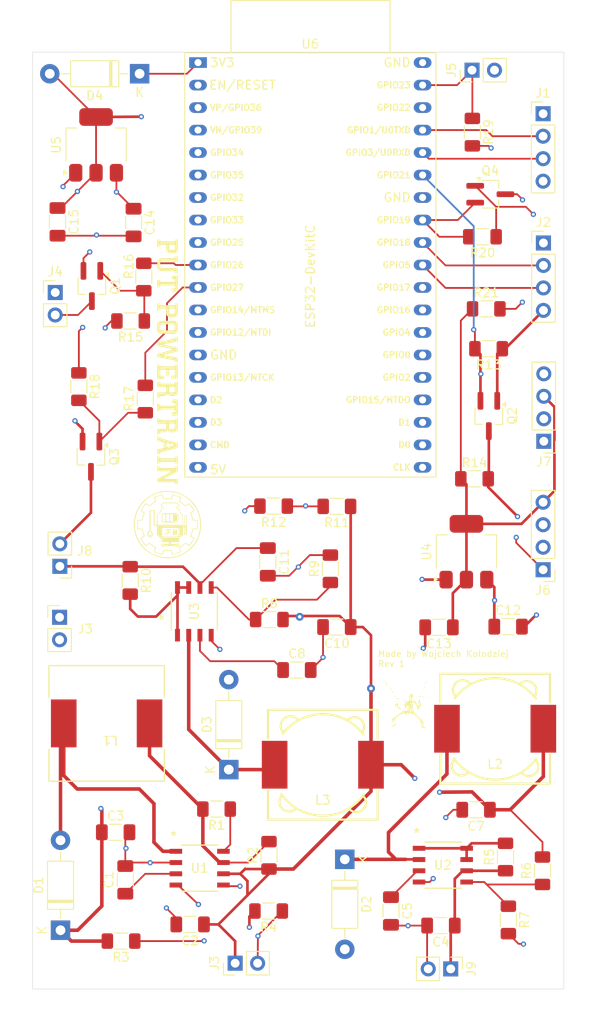
<source format=kicad_pcb>
(kicad_pcb (version 20221018) (generator pcbnew)
  (layers (0 "F.Cu" signal) (1 "In1.Cu" signal) (2 "In2.Cu" signal) (31 "B.Cu" signal) (34 "B.Paste" user) (35 "F.Paste" user) (36 "B.SilkS" user "B.Silkscreen") (37 "F.SilkS" user "F.Silkscreen") (38 "B.Mask" user) (39 "F.Mask" user) (44 "Edge.Cuts" user))
  (net 0 "")
  (net 1 "Net-(U1-TIMINGCAPACITOR)")
  (net 2 "4.2V")
  (net 3 "MOTOR+")
  (net 4 "USB_VCC")
  (net 5 "Net-(U2-TIMINGCAPACITOR)")
  (net 6 "Net-(U3-TIMINGCAPACITOR)")
  (net 7 "SOLAR_VCC")
  (net 8 "+5V")
  (net 9 "+3.3V")
  (net 10 "Net-(D1-A)")
  (net 11 "Net-(D4-K)")
  (net 12 "Net-(J1-Pin_2)")
  (net 13 "Net-(J1-Pin_3)")
  (net 14 "Net-(J2-Pin_2)")
  (net 15 "Net-(J2-Pin_3)")
  (net 16 "MOTOR-")
  (net 17 "BUTTON1")
  (net 18 "LED_3V3")
  (net 19 "LED_5V")
  (net 21 "SERVO_PWM")
  (net 22 "Net-(U1-IPKSENSE)")
  (net 23 "Net-(Q1-G)")
  (net 24 "Net-(U1-DRIVERCOLLECTOR)")
  (net 25 "Net-(U1-COMPARATORINVERTINGINPUT)")
  (net 26 "Net-(U2-DRIVERCOLLECTOR)")
  (net 27 "Net-(U2-COMPARATORINVERTINGINPUT)")
  (net 28 "Net-(U3-COMPARATORINVERTINGINPUT)")
  (net 29 "Net-(U3-DRIVERCOLLECTOR)")
  (net 30 "SENSE_BAT")
  (net 31 "MOTOR_CTRL")
  (net 53 "BAT-")
  (net 54 "Net-(D2-K)")
  (net 55 "Net-(D3-K)")
  (net 57 "SERVO_PWM_5V")
  (net 58 "SOLAR_GND")
  (net 59 "Net-(Q3-G)")
  (net 60 "SOLAR_CONTROL")
  (footprint "Resistor_SMD:R_1206_3216Metric_Pad1.30x1.75mm_HandSolder" (layer "F.Cu") (at 190.235952 78.609335 180)
    (fp_text reference "R11")
    (fp_text value "4.7k")
  )
  (footprint "Resistor_SMD:R_1206_3216Metric_Pad1.30x1.75mm_HandSolder" (layer "F.Cu") (at 182.514873 124.319774 180)
    (fp_text reference "R4")
    (fp_text value "51")
  )
  (footprint "Diode_THT:D_DO-41_SOD81_P10.16mm_Horizontal" (layer "F.Cu") (at 191.13069 118.481457 -90)
    (fp_text reference "D2")
    (fp_text value "1N5819")
  )
  (footprint "Capacitor_SMD:C_1206_3216Metric_Pad1.33x1.80mm_HandSolder" (layer "F.Cu") (at 166.307919 120.800498 90)
    (fp_text reference "C1")
    (fp_text value "470p")
  )
  (footprint "Package_TO_SOT_SMD:TSOT-23_HandSoldering" (layer "F.Cu") (at 162.422272 72.997981 -90)
    (fp_text reference "Q3")
    (fp_text value "DMG2302UK")
  )
  (footprint "easyeda2kicad:IND-SMD_L12.3-W12.3" (layer "F.Cu") (at 188.642628 107.792746 180)
    (fp_text reference "L3")
    (fp_text value "CYH127-220UH")
  )
  (footprint "Capacitor_SMD:C_1206_3216Metric_Pad1.33x1.80mm_HandSolder" (layer "F.Cu") (at 209.600145 92.195678)
    (fp_text reference "C12")
    (fp_text value "10u")
  )
  (footprint "Resistor_SMD:R_1206_3216Metric_Pad1.30x1.75mm_HandSolder" (layer "F.Cu") (at 205.555864 36.335854 -90)
    (fp_text reference "R19")
    (fp_text value "10k")
  )
  (footprint "Connector_PinHeader_2.54mm:PinHeader_1x02_P2.54mm_Vertical" (layer "F.Cu") (at 203.106461 130.853037 -90)
    (fp_text reference "J9")
    (fp_text value "Conn_01x02_Pin")
  )
  (footprint "Package_TO_SOT_SMD:TSOT-23_HandSoldering" (layer "F.Cu") (at 162.525598 53.715958 -90)
    (fp_text reference "Q1")
    (fp_text value "DMG2302UK")
  )
  (footprint "footprints:SO-8_AZ3406-M_DIO" (layer "F.Cu") (at 174.113847 90.467431 90)
    (fp_text reference "U3")
    (fp_text value "AZ34063UMTR-G1")
  )
  (footprint "Capacitor_SMD:C_1206_3216Metric_Pad1.33x1.80mm_HandSolder" (layer "F.Cu") (at 190.23245 92.241386 180)
    (fp_text reference "C10")
    (fp_text value "470u")
  )
  (footprint "Connector_PinHeader_2.54mm:PinHeader_1x02_P2.54mm_Vertical" (layer "F.Cu") (at 158.870662 91.138741)
    (fp_text reference "J3")
    (fp_text value "Conn_01x02_Pin")
  )
  (footprint "footprints:IND_BOURNS_SRR1280" (layer "F.Cu") (at 164.196375 103.125387 180)
    (fp_text reference "L1")
    (fp_text value "SRR1280-151K")
  )
  (footprint "Package_TO_SOT_SMD:TSOT-23_HandSoldering" (layer "F.Cu") (at 207.584966 43.348847)
    (fp_text reference "Q4")
    (fp_text value "DMG2302UK")
  )
  (footprint "Resistor_SMD:R_1206_3216Metric_Pad1.30x1.75mm_HandSolder" (layer "F.Cu") (at 206.697058 48.155036 180)
    (fp_text reference "R20")
    (fp_text value "10k")
  )
  (footprint "Package_TO_SOT_SMD:TSOT-23_HandSoldering" (layer "F.Cu") (at 207.419838 68.396093 -90)
    (fp_text reference "Q2")
    (fp_text value "DMG2302UK")
  )
  (footprint "Resistor_SMD:R_1206_3216Metric_Pad1.30x1.75mm_HandSolder" (layer "F.Cu") (at 161.054095 65.080092 -90)
    (fp_text reference "R18")
    (fp_text value "10k")
  )
  (footprint "Diode_THT:D_DO-41_SOD81_P10.16mm_Horizontal" (layer "F.Cu") (at 167.924591 29.74086 180)
    (fp_text reference "D4")
    (fp_text value "1N4001")
  )
  (footprint "Resistor_SMD:R_1206_3216Metric_Pad1.30x1.75mm_HandSolder" (layer "F.Cu") (at 168.568498 66.485596 -90)
    (fp_text reference "R17")
    (fp_text value "1k")
  )
  (footprint "PCM_Espressif:ESP32-DevKitC" (layer "F.Cu") (at 174.530298 28.483134)
    (fp_text reference "U6")
    (fp_text value "ESP32-DevKitC")
  )
  (footprint "footprints:SO-8_AZ3406-M_DIO" (layer "F.Cu") (at 174.713638 119.477778)
    (fp_text reference "U1")
    (fp_text value "AZ34063UMTR-G1")
  )
  (footprint "Resistor_SMD:R_1206_3216Metric_Pad1.30x1.75mm_HandSolder" (layer "F.Cu") (at 182.592621 91.392517)
    (fp_text reference "R8")
    (fp_text value "10.5k")
  )
  (footprint "Resistor_SMD:R_1206_3216Metric_Pad1.30x1.75mm_HandSolder" (layer "F.Cu") (at 189.498652 85.661563 90)
    (fp_text reference "R9")
    (fp_text value "4.42k")
  )
  (footprint "Capacitor_SMD:C_1206_3216Metric_Pad1.33x1.80mm_HandSolder" (layer "F.Cu") (at 201.784589 92.27489 180)
    (fp_text reference "C13")
    (fp_text value "22u")
  )
  (footprint "Resistor_SMD:R_1206_3216Metric_Pad1.30x1.75mm_HandSolder" (layer "F.Cu") (at 207.124293 56.298459)
    (fp_text reference "R21")
    (fp_text value "10k")
  )
  (footprint "LOGO" (layer "F.Cu") (at 198.230565 100.983289)
    (fp_text reference "G***" hide)
    (fp_text value "LOGO" hide)
  )
  (footprint "Resistor_SMD:R_1206_3216Metric_Pad1.30x1.75mm_HandSolder" (layer "F.Cu") (at 166.858393 86.973271 -90)
    (fp_text reference "R10")
    (fp_text value "0.33")
  )
  (footprint "footprints:SO-8_AZ3406-M_DIO" (layer "F.Cu") (at 202.217479 119.138029)
    (fp_text reference "U2")
    (fp_text value "AZ34063UMTR-G1")
  )
  (footprint "Resistor_SMD:R_1206_3216Metric_Pad1.30x1.75mm_HandSolder" (layer "F.Cu") (at 182.555898 118.02633 90)
    (fp_text reference "R2")
    (fp_text value "0.22")
  )
  (footprint "Resistor_SMD:R_1206_3216Metric_Pad1.30x1.75mm_HandSolder" (layer "F.Cu") (at 213.48812 119.768477 90)
    (fp_text reference "R6")
    (fp_text value "10.5k")
  )
  (footprint "Connector_PinHeader_2.54mm:PinHeader_1x02_P2.54mm_Vertical" (layer "F.Cu") (at 178.728061 130.213794 90)
    (fp_text reference "J3")
    (fp_text value "Conn_01x02_Pin")
  )
  (footprint "Connector_PinHeader_2.54mm:PinHeader_1x04_P2.54mm_Vertical" (layer "F.Cu") (at 213.558011 85.764084 180)
    (fp_text reference "J6")
    (fp_text value "Conn_01x04_Pin")
  )
  (footprint "Resistor_SMD:R_1206_3216Metric_Pad1.30x1.75mm_HandSolder" (layer "F.Cu") (at 165.826873 127.715532 180)
    (fp_text reference "R3")
    (fp_text value "430")
  )
  (footprint "Diode_THT:D_DO-41_SOD81_P10.16mm_Horizontal" (layer "F.Cu") (at 178.009065 108.341126 90)
    (fp_text reference "D3")
    (fp_text value "1N5819")
  )
  (footprint "Capacitor_SMD:C_1206_3216Metric_Pad1.33x1.80mm_HandSolder" (layer "F.Cu") (at 165.214521 115.422819)
    (fp_text reference "C3")
    (fp_text value "330u")
  )
  (footprint "Capacitor_SMD:C_1206_3216Metric_Pad1.33x1.80mm_HandSolder" (layer "F.Cu") (at 205.974427 112.879345 180)
    (fp_text reference "C7")
    (fp_text value "470u")
  )
  (footprint "Diode_THT:D_DO-41_SOD81_P10.16mm_Horizontal" (layer "F.Cu") (at 158.979654 126.48952 90)
    (fp_text reference "D1")
    (fp_text value "1N5819")
  )
  (footprint "Capacitor_SMD:C_1206_3216Metric_Pad1.33x1.80mm_HandSolder" (layer "F.Cu") (at 185.712271 97.096235)
    (fp_text reference "C8")
    (fp_text value "470p")
  )
  (footprint "Connector_PinHeader_2.54mm:PinHeader_1x04_P2.54mm_Vertical" (layer "F.Cu") (at 213.556671 34.256156)
    (fp_text reference "J1")
    (fp_text value "Conn_01x04_Pin")
  )
  (footprint "Resistor_SMD:R_1206_3216Metric_Pad1.30x1.75mm_HandSolder" (layer "F.Cu") (at 205.800481 75.496348)
    (fp_text reference "R14")
    (fp_text value "10k")
  )
  (footprint "Package_TO_SOT_SMD:SOT-223-3_TabPin2" (layer "F.Cu") (at 162.999374 37.776606 90)
    (fp_text reference "U5")
    (fp_text value "AMS1117-3.3")
  )
  (footprint "Resistor_SMD:R_1206_3216Metric_Pad1.30x1.75mm_HandSolder" (layer "F.Cu") (at 209.627727 125.324556 -90)
    (fp_text reference "R7")
    (fp_text value "4.42k")
  )
  (footprint "Capacitor_SMD:C_1206_3216Metric_Pad1.33x1.80mm_HandSolder" (layer "F.Cu") (at 173.636062 125.831061 180)
    (fp_text reference "C2")
    (fp_text value "100u")
  )
  (footprint "Resistor_SMD:R_1206_3216Metric_Pad1.30x1.75mm_HandSolder" (layer "F.Cu") (at 207.39462 60.803 180)
    (fp_text reference "R13")
    (fp_text value "10k")
  )
  (footprint "Resistor_SMD:R_1206_3216Metric_Pad1.30x1.75mm_HandSolder" (layer "F.Cu") (at 166.905892 57.669423 180)
    (fp_text reference "R15")
    (fp_text value "10k")
  )
  (footprint "Capacitor_SMD:C_1206_3216Metric_Pad1.33x1.80mm_HandSolder" (layer "F.Cu") (at 196.350862 124.31436 -90)
    (fp_text reference "C5")
    (fp_text value "470p")
  )
  (footprint "Capacitor_SMD:C_1206_3216Metric_Pad1.33x1.80mm_HandSolder" (layer "F.Cu") (at 167.241164 46.551248 -90)
    (fp_text reference "C14")
    (fp_text value "10u")
  )
  (footprint "Connector_PinHeader_2.54mm:PinHeader_1x02_P2.54mm_Vertical" (layer "F.Cu") (at 158.902271 85.382047 180)
    (fp_text reference "J8")
    (fp_text value "Conn_01x02_Pin")
  )
  (footprint "Resistor_SMD:R_1206_3216Metric_Pad1.30x1.75mm_HandSolder" (layer "F.Cu") (at 183.082789 78.582166 180)
    (fp_text reference "R12")
    (fp_text value "7.1k")
  )
  (footprint "Connector_PinHeader_2.54mm:PinHeader_1x04_P2.54mm_Vertical" (layer "F.Cu") (at 213.637214 71.256513 180)
    (fp_text reference "J7")
    (fp_text value "Conn_01x04_Pin")
  )
  (footprint "Capacitor_SMD:C_1206_3216Metric_Pad1.33x1.80mm_HandSolder" (layer "F.Cu") (at 182.422847 84.884515 -90)
    (fp_text reference "C11")
    (fp_text value "100u")
  )
  (footprint "Package_TO_SOT_SMD:SOT-223-3_TabPin2" (layer "F.Cu") (at 204.886181 83.733943 90)
    (fp_text reference "U4")
    (fp_text value "AMS1117-5.0")
  )
  (footprint "Connector_PinHeader_2.54mm:PinHeader_1x02_P2.54mm_Vertical" (layer "F.Cu") (at 158.379638 54.449415)
    (fp_text reference "J4")
    (fp_text value "Conn_01x02_Pin")
  )
  (footprint "Resistor_SMD:R_1206_3216Metric_Pad1.30x1.75mm_HandSolder" (layer "F.Cu") (at 168.396679 52.700133 -90)
    (fp_text reference "R16")
    (fp_text value "1k")
  )
  (footprint "Resistor_SMD:R_1206_3216Metric_Pad1.30x1.75mm_HandSolder" (layer "F.Cu") (at 176.627222 112.804857 180)
    (fp_text reference "R1")
    (fp_text value "180")
  )
  (footprint "Connector_PinHeader_2.54mm:PinHeader_1x04_P2.54mm_Vertical" (layer "F.Cu") (at 213.593284 48.854405)
    (fp_text reference "J2")
    (fp_text value "Conn_01x04_Pin")
  )
  (footprint "easyeda2kicad:IND-SMD_L12.3-W12.3" (layer "F.Cu") (at 208.132281 103.724517 180)
    (fp_text reference "L2")
    (fp_text value "CYH127-220UH")
  )
  (footprint "Resistor_SMD:R_1206_3216Metric_Pad1.30x1.75mm_HandSolder" (layer "F.Cu") (at 209.303021 118.217104 90)
    (fp_text reference "R5")
    (fp_text value "0.33")
  )
  (footprint "LOGO" (layer "F.Cu") (at 171.085987 66.460461 -90)
    (fp_text reference "G***" hide)
    (fp_text value "LOGO" hide)
  )
  (footprint "Capacitor_SMD:C_1206_3216Metric_Pad1.33x1.80mm_HandSolder" (layer "F.Cu") (at 202.003088 125.962786 180)
    (fp_text reference "C4")
    (fp_text value "100u")
  )
  (footprint "Capacitor_SMD:C_1206_3216Metric_Pad1.33x1.80mm_HandSolder" (layer "F.Cu") (at 158.640125 46.470487 -90)
    (fp_text reference "C15")
    (fp_text value "22u")
  )
  (footprint "Connector_PinHeader_2.54mm:PinHeader_1x02_P2.54mm_Vertical" (layer "F.Cu") (at 205.516116 29.335148 90)
    (fp_text reference "J5")
    (fp_text value "Conn_01x02_Pin")
  )
  (gr_rect (start 155.818137 27.302282) (end 215.899531 133.127994) (stroke (width 0.05)) (fill none) (layer "Edge.Cuts"))
  (gr_text "Made by Wojciech Kołodziej\nRev 1" (at 194.817227 96.800649) (layer "F.SilkS") (effects (font (size 0.7 0.7) (thickness 0.1)) (justify left bottom)))
  (segment (start 171.971791 120.162225) (end 172.021238 120.112778) (width 0.2) (layer "F.Cu") (net 1))
  (segment (start 166.307919 122.362998) (end 168.558139 120.112778) (width 0.2) (layer "F.Cu") (net 1))
  (segment (start 168.558139 120.112778) (end 172.021238 120.112778) (width 0.2) (layer "F.Cu") (net 1))
  (segment (start 171.989108 120.080648) (end 172.021238 120.112778) (width 0.2) (layer "F.Cu") (net 1))
  (segment (start 179.301646 120.112778) (end 179.869589 119.544835) (width 0.3) (layer "F.Cu") (net 2))
  (segment (start 213.582281 103.724517) (end 213.582281 109.131503) (width 0.4) (layer "F.Cu") (net 2))
  (segment (start 191.79495 78.618333) (end 191.785952 78.609335) (width 0.3) (layer "F.Cu") (net 2))
  (segment (start 209.834439 112.879345) (end 213.48812 116.533026) (width 0.2) (layer "F.Cu") (net 2))
  (segment (start 176.830636 125.831061) (end 180.117982 122.543714) (width 0.3) (layer "F.Cu") (net 2))
  (segment (start 205.518223 110.860641) (end 201.849931 110.897671) (width 0.4) (layer "F.Cu") (net 2))
  (segment (start 213.48812 116.533026) (end 213.48812 118.218477) (width 0.2) (layer "F.Cu") (net 2))
  (segment (start 194.092628 99.181838) (end 194.092628 107.792746) (width 0.4) (layer "F.Cu") (net 2))
  (segment (start 191.79495 92.241386) (end 191.79495 78.618333) (width 0.3) (layer "F.Cu") (net 2))
  (segment (start 179.901084 119.57633) (end 182.555898 119.57633) (width 0.3) (layer "F.Cu") (net 2))
  (segment (start 194.092628 107.792746) (end 197.509452 107.792746) (width 0.4) (layer "F.Cu") (net 2))
  (segment (start 209.834439 112.879345) (end 207.536927 112.879345) (width 0.4) (layer "F.Cu") (net 2))
  (segment (start 178.728061 130.213794) (end 178.728061 127.72467) (width 0.3) (layer "F.Cu") (net 2))
  (segment (start 201.849931 110.897671) (end 201.831416 110.860641) (width 0.3) (layer "F.Cu") (net 2))
  (segment (start 194.093938 99.180528) (end 194.092628 99.181838) (width 0.3) (layer "F.Cu") (net 2))
  (segment (start 194.092628 99.179218) (end 194.093938 99.180528) (width 0.3) (layer "F.Cu") (net 2))
  (segment (start 184.543752 90.991386) (end 184.142621 91.392517) (width 0.3) (layer "F.Cu") (net 2))
  (segment (start 194.092628 107.792746) (end 194.092628 110.792746) (width 0.4) (layer "F.Cu") (net 2))
  (segment (start 180.117982 120.929114) (end 179.301646 120.112778) (width 0.3) (layer "F.Cu") (net 2))
  (segment (start 194.092628 110.792746) (end 185.309044 119.57633) (width 0.4) (layer "F.Cu") (net 2))
  (segment (start 180.117982 122.543714) (end 180.117982 120.929114) (width 0.3) (layer "F.Cu") (net 2))
  (segment (start 177.406038 120.112778) (end 179.301646 120.112778) (width 0.3) (layer "F.Cu") (net 2))
  (segment (start 210.78103 111.932754) (end 209.834439 112.879345) (width 0.4) (layer "F.Cu") (net 2))
  (segment (start 176.832544 125.829153) (end 176.830636 125.831061) (width 0.3) (layer "F.Cu") (net 2))
  (segment (start 191.79495 92.241386) (end 190.54495 90.991386) (width 0.3) (layer "F.Cu") (net 2))
  (segment (start 178.728061 127.72467) (end 176.832544 125.829153) (width 0.3) (layer "F.Cu") (net 2))
  (segment (start 193.163467 92.241386) (end 194.092628 93.170547) (width 0.3) (layer "F.Cu") (net 2))
  (segment (start 191.79495 92.241386) (end 193.163467 92.241386) (width 0.3) (layer "F.Cu") (net 2))
  (segment (start 194.092628 93.170547) (end 194.092628 99.179218) (width 0.3) (layer "F.Cu") (net 2))
  (segment (start 176.830636 125.831061) (end 175.198562 125.831061) (width 0.3) (layer "F.Cu") (net 2))
  (segment (start 213.582281 109.131503) (end 210.78103 111.932754) (width 0.4) (layer "F.Cu") (net 2))
  (segment (start 182.555898 120.105799) (end 182.555898 119.57633) (width 0.3) (layer "F.Cu") (net 2))
  (segment (start 190.54495 90.991386) (end 184.543752 90.991386) (width 0.3) (layer "F.Cu") (net 2))
  (segment (start 179.869589 119.544835) (end 179.901084 119.57633) (width 0.3) (layer "F.Cu") (net 2))
  (segment (start 180.117982 122.543714) (end 182.555898 120.105799) (width 0.3) (layer "F.Cu") (net 2))
  (segment (start 207.536927 112.879345) (end 205.518223 110.860641) (width 0.4) (layer "F.Cu") (net 2))
  (segment (start 185.309044 119.57633) (end 182.555898 119.57633) (width 0.4) (layer "F.Cu") (net 2))
  (segment (start 197.509452 107.792746) (end 199.047272 109.330566) (width 0.4) (layer "F.Cu") (net 2))
  (via (at 199.047272 109.330566) (size 0.6) (drill 0.3) (layers "F.Cu" "B.Cu") (net 2))
  (via (at 201.849931 110.897671) (size 0.6) (drill 0.3) (layers "F.Cu" "B.Cu") (net 2))
  (via (at 186.026713 91.083032) (size 0.9) (drill 0.4) (layers "F.Cu" "B.Cu") (net 2))
  (via (at 194.093938 99.180528) (size 0.9) (drill 0.4) (layers "F.Cu" "B.Cu") (net 2))
  (segment (start 208.037645 89.257516) (end 208.069587 89.225574) (width 0.3) (layer "F.Cu") (net 3))
  (segment (start 165.299374 43.046958) (end 167.241164 44.988748) (width 0.2) (layer "F.Cu") (net 3))
  (segment (start 160.205666 127.715532) (end 158.979654 126.48952) (width 0.4) (layer "F.Cu") (net 3))
  (segment (start 208.037645 87.735407) (end 207.186181 86.883943) (width 0.3) (layer "F.Cu") (net 3))
  (segment (start 160.921921 126.48952) (end 163.652021 123.75942) (width 0.4) (layer "F.Cu") (net 3))
  (segment (start 208.037645 92.195678) (end 208.037645 89.257516) (width 0.3) (layer "F.Cu") (net 3))
  (segment (start 208.037645 89.193632) (end 208.037645 87.735407) (width 0.3) (layer "F.Cu") (net 3))
  (segment (start 164.276873 127.715532) (end 160.205666 127.715532) (width 0.4) (layer "F.Cu") (net 3))
  (segment (start 165.299374 40.926606) (end 165.299374 43.046958) (width 0.2) (layer "F.Cu") (net 3))
  (segment (start 158.979654 126.48952) (end 160.921921 126.48952) (width 0.4) (layer "F.Cu") (net 3))
  (segment (start 163.652021 115.422819) (end 163.652021 112.851106) (width 0.4) (layer "F.Cu") (net 3))
  (segment (start 163.652021 112.851106) (end 163.564048 112.763133) (width 0.2) (layer "F.Cu") (net 3))
  (segment (start 163.652021 123.75942) (end 163.652021 115.422819) (width 0.4) (layer "F.Cu") (net 3))
  (segment (start 208.069587 89.225574) (end 208.037645 89.193632) (width 0.3) (layer "F.Cu") (net 3))
  (via (at 208.069587 89.225574) (size 0.6) (drill 0.3) (layers "F.Cu" "B.Cu") (net 3))
  (via (at 163.54183 112.740915) (size 0.6) (drill 0.3) (layers "F.Cu" "B.Cu") (net 3))
  (via (at 165.305824 43.10026) (size 0.6) (drill 0.3) (layers "F.Cu" "B.Cu") (net 3))
  (segment (start 203.106461 130.853037) (end 203.106461 126.421913) (width 0.3) (layer "F.Cu") (net 4))
  (segment (start 204.478079 119.773029) (end 204.909879 119.773029) (width 0.3) (layer "F.Cu") (net 4))
  (segment (start 203.106461 126.421913) (end 203.565588 125.962786) (width 0.3) (layer "F.Cu") (net 4))
  (segment (start 204.909879 119.773029) (end 209.297096 119.773029) (width 0.3) (layer "F.Cu") (net 4))
  (segment (start 203.565588 120.68552) (end 204.478079 119.773029) (width 0.3) (layer "F.Cu") (net 4))
  (segment (start 203.565588 125.962786) (end 203.565588 120.68552) (width 0.3) (layer "F.Cu") (net 4))
  (segment (start 209.297096 119.773029) (end 209.303021 119.767104) (width 0.3) (layer "F.Cu") (net 4))
  (segment (start 196.350862 122.75186) (end 199.329693 119.773029) (width 0.2) (layer "F.Cu") (net 5))
  (segment (start 199.329693 119.773029) (end 199.525079 119.773029) (width 0.2) (layer "F.Cu") (net 5))
  (segment (start 174.748847 92.839231) (end 174.748847 93.159831) (width 0.2) (layer "F.Cu") (net 6))
  (segment (start 184.149771 97.096235) (end 183.154295 96.100759) (width 0.2) (layer "F.Cu") (net 6))
  (segment (start 174.748847 94.940276) (end 174.748847 93.159831) (width 0.2) (layer "F.Cu") (net 6))
  (segment (start 183.154295 96.100759) (end 175.90933 96.100759) (width 0.2) (layer "F.Cu") (net 6))
  (segment (start 175.90933 96.100759) (end 174.748847 94.940276) (width 0.2) (layer "F.Cu") (net 6))
  (segment (start 178.881263 83.322015) (end 182.422847 83.322015) (width 0.2) (layer "F.Cu") (net 7))
  (segment (start 166.817169 85.382047) (end 166.858393 85.423271) (width 0.3) (layer "F.Cu") (net 7))
  (segment (start 158.902271 85.382047) (end 166.817169 85.382047) (width 0.3) (layer "F.Cu") (net 7))
  (segment (start 172.828887 85.423271) (end 174.748847 87.343231) (width 0.3) (layer "F.Cu") (net 7))
  (segment (start 174.748847 87.454431) (end 178.881263 83.322015) (width 0.2) (layer "F.Cu") (net 7))
  (segment (start 166.858393 85.423271) (end 172.828887 85.423271) (width 0.3) (layer "F.Cu") (net 7))
  (segment (start 174.748847 87.343231) (end 174.748847 87.775031) (width 0.3) (layer "F.Cu") (net 7))
  (segment (start 174.748847 87.775031) (end 174.748847 87.454431) (width 0.2) (layer "F.Cu") (net 7))
  (segment (start 204.886181 80.583943) (end 204.886181 86.883943) (width 0.3) (layer "F.Cu") (net 8))
  (segment (start 204.250481 57.622271) (end 204.250481 75.496348) (width 0.2) (layer "F.Cu") (net 8))
  (segment (start 203.347089 92.27489) (end 203.347089 88.423035) (width 0.3) (layer "F.Cu") (net 8))
  (segment (start 214.837214 76.864881) (end 213.558011 78.144084) (width 0.3) (layer "F.Cu") (net 8))
  (segment (start 214.837214 67.376513) (end 214.837214 76.864881) (width 0.3) (layer "F.Cu") (net 8))
  (segment (start 205.574293 56.298459) (end 204.250481 57.622271) (width 0.2) (layer "F.Cu") (net 8))
  (segment (start 211.118152 80.583943) (end 213.558011 78.144084) (width 0.3) (layer "F.Cu") (net 8))
  (segment (start 204.886181 80.583943) (end 204.886181 76.132048) (width 0.3) (layer "F.Cu") (net 8))
  (segment (start 213.637214 66.176513) (end 214.837214 67.376513) (width 0.3) (layer "F.Cu") (net 8))
  (segment (start 204.886181 76.132048) (end 204.250481 75.496348) (width 0.3) (layer "F.Cu") (net 8))
  (segment (start 204.886181 80.583943) (end 211.118152 80.583943) (width 0.3) (layer "F.Cu") (net 8))
  (segment (start 203.347089 88.423035) (end 204.886181 86.883943) (width 0.3) (layer "F.Cu") (net 8))
  (segment (start 162.999374 34.626606) (end 158.113628 29.74086) (width 0.2) (layer "F.Cu") (net 9))
  (segment (start 212.452229 45.622979) (end 212.457937 45.622979) (width 0.2) (layer "F.Cu") (net 9))
  (segment (start 208.369838 66.686093) (end 208.369838 61.377782) (width 0.3) (layer "F.Cu") (net 9))
  (segment (start 161.471288 58.396884) (end 161.483193 58.396884) (width 0.2) (layer "F.Cu") (net 9))
  (segment (start 161.054095 63.530092) (end 161.054095 58.814077) (width 0.2) (layer "F.Cu") (net 9))
  (segment (start 160.891635 43.034345) (end 160.890386 43.034345) (width 0.2) (layer "F.Cu") (net 9))
  (segment (start 162.999374 40.926606) (end 160.891635 43.034345) (width 0.2) (layer "F.Cu") (net 9))
  (segment (start 161.483193 58.384979) (end 161.433626 58.434546) (width 0.2) (layer "F.Cu") (net 9))
  (segment (start 160.890386 43.035594) (end 159.017993 44.907987) (width 0.2) (layer "F.Cu") (net 9))
  (segment (start 212.452229 45.617271) (end 212.452229 45.622979) (width 0.2) (layer "F.Cu") (net 9))
  (segment (start 208.247058 44.770939) (end 211.605897 44.770939) (width 0.2) (layer "F.Cu") (net 9))
  (segment (start 168.114046 34.590595) (end 168.127839 34.626606) (width 0.2) (layer "F.Cu") (net 9))
  (segment (start 208.247058 48.155036) (end 208.247058 44.770939) (width 0.2) (layer "F.Cu") (net 9))
  (segment (start 158.113628 29.74086) (end 157.764591 29.74086) (width 0.2) (layer "F.Cu") (net 9))
  (segment (start 208.369838 61.377782) (end 208.94462 60.803) (width 0.3) (layer "F.Cu") (net 9))
  (segment (start 211.605897 44.770939) (end 212.452229 45.617271) (width 0.2) (layer "F.Cu") (net 9))
  (segment (start 159.017993 44.907987) (end 158.640125 44.907987) (width 0.2) (layer "F.Cu") (net 9))
  (segment (start 208.247058 44.770939) (end 205.874966 42.398847) (width 0.2) (layer "F.Cu") (net 9))
  (segment (start 208.94462 60.803) (end 209.264689 60.803) (width 0.3) (layer "F.Cu") (net 9))
  (segment (start 160.890386 43.034345) (end 160.890386 43.035594) (width 0.2) (layer "F.Cu") (net 9))
  (segment (start 162.999374 34.626606) (end 162.999374 40.926606) (width 0.2) (layer "F.Cu") (net 9))
  (segment (start 162.999374 34.626606) (end 168.114046 34.590595) (width 0.3) (layer "F.Cu") (net 9))
  (segment (start 161.054095 58.814077) (end 161.471288 58.396884) (width 0.2) (layer "F.Cu") (net 9))
  (segment (start 161.483193 58.396884) (end 161.483193 58.384979) (width 0.2) (layer "F.Cu") (net 9))
  (segment (start 212.457937 45.622979) (end 212.488208 45.65325) (width 0.2) (layer "F.Cu") (net 9))
  (segment (start 209.264689 60.803) (end 213.593284 56.474405) (width 0.3) (layer "F.Cu") (net 9))
  (via (at 160.890386 43.034345) (size 0.6) (drill 0.3) (layers "F.Cu" "B.Cu") (net 9))
  (via (at 161.483193 58.396884) (size 0.6) (drill 0.3) (layers "F.Cu" "B.Cu") (net 9))
  (via (at 168.114046 34.590595) (size 0.6) (drill 0.3) (layers "F.Cu" "B.Cu") (net 9))
  (via (at 212.452229 45.622979) (size 0.6) (drill 0.3) (layers "F.Cu" "B.Cu") (net 9))
  (segment (start 158.979654 116.32952) (end 158.979654 103.490708) (width 0.4) (layer "F.Cu") (net 10))
  (segment (start 159.344975 109.016069) (end 160.863612 110.534706) (width 0.4) (layer "F.Cu") (net 10))
  (segment (start 158.979654 103.490708) (end 159.344975 103.125387) (width 0.3) (layer "F.Cu") (net 10))
  (segment (start 160.863612 110.534706) (end 167.885755 110.534706) (width 0.4) (layer "F.Cu") (net 10))
  (segment (start 169.546162 116.553685) (end 170.565255 117.572778) (width 0.4) (layer "F.Cu") (net 10))
  (segment (start 169.546162 112.195113) (end 169.546162 116.553685) (width 0.4) (layer "F.Cu") (net 10))
  (segment (start 167.885755 110.534706) (end 169.546162 112.195113) (width 0.4) (layer "F.Cu") (net 10))
  (segment (start 170.565255 117.572778) (end 172.021238 117.572778) (width 0.4) (layer "F.Cu") (net 10))
  (segment (start 159.344975 103.125387) (end 159.344975 109.016069) (width 0.4) (layer "F.Cu") (net 10))
  (segment (start 167.924591 29.74086) (end 173.272572 29.74086) (width 0.2) (layer "F.Cu") (net 11))
  (segment (start 173.272572 29.74086) (end 174.530298 28.483134) (width 0.2) (layer "F.Cu") (net 11))
  (segment (start 213.556671 36.796156) (end 207.828474 36.796156) (width 0.2) (layer "F.Cu") (net 12))
  (segment (start 207.828474 36.796156) (end 207.135452 36.103134) (width 0.2) (layer "F.Cu") (net 12))
  (segment (start 207.135452 36.103134) (end 199.930298 36.103134) (width 0.2) (layer "F.Cu") (net 12))
  (segment (start 213.556671 39.336156) (end 200.62332 39.336156) (width 0.2) (layer "F.Cu") (net 13))
  (segment (start 200.62332 39.336156) (end 199.930298 38.643134) (width 0.2) (layer "F.Cu") (net 13))
  (segment (start 202.521569 51.394405) (end 199.930298 48.803134) (width 0.2) (layer "F.Cu") (net 14))
  (segment (start 213.593284 51.394405) (end 202.521569 51.394405) (width 0.2) (layer "F.Cu") (net 14))
  (segment (start 202.521569 53.934405) (end 213.593284 53.934405) (width 0.2) (layer "F.Cu") (net 15))
  (segment (start 199.930298 51.343134) (end 202.521569 53.934405) (width 0.2) (layer "F.Cu") (net 15))
  (segment (start 162.525598 55.425958) (end 160.962141 56.989415) (width 0.2) (layer "F.Cu") (net 16))
  (segment (start 160.962141 56.989415) (end 158.379638 56.989415) (width 0.2) (layer "F.Cu") (net 16))
  (segment (start 199.930298 31.023134) (end 203.82813 31.023134) (width 0.2) (layer "F.Cu") (net 17))
  (segment (start 203.82813 31.023134) (end 205.516116 29.335148) (width 0.2) (layer "F.Cu") (net 17))
  (segment (start 205.555864 29.374896) (end 205.516116 29.335148) (width 0.2) (layer "F.Cu") (net 17))
  (segment (start 205.555864 34.785854) (end 205.555864 29.374896) (width 0.2) (layer "F.Cu") (net 17))
  (segment (start 205.84462 58.787356) (end 205.84462 60.803) (width 0.2) (layer "F.Cu") (net 18))
  (segment (start 213.558011 85.764084) (end 210.51612 82.722193) (width 0.2) (layer "F.Cu") (net 18))
  (segment (start 206.469838 66.686093) (end 206.469838 61.428218) (width 0.3) (layer "F.Cu") (net 18))
  (segment (start 205.707527 58.650263) (end 205.84462 58.787356) (width 0.2) (layer "F.Cu") (net 18))
  (segment (start 206.469838 61.428218) (end 205.84462 60.803) (width 0.3) (layer "F.Cu") (net 18))
  (segment (start 210.51612 82.722193) (end 210.51612 82.179091) (width 0.2) (layer "F.Cu") (net 18))
  (via (at 206.516892 63.654668) (size 0.6) (drill 0.3) (layers "F.Cu" "B.Cu") (net 18))
  (via (at 205.707527 58.650263) (size 0.6) (drill 0.3) (layers "F.Cu" "B.Cu") (net 18))
  (via (at 210.51612 82.115104) (size 0.6) (drill 0.3) (layers "F.Cu" "B.Cu") (net 18))
  (segment (start 199.930298 41.183134) (end 205.707527 46.960363) (width 0.2) (layer "B.Cu") (net 18))
  (segment (start 205.707527 58.650263) (end 205.707527 58.71425) (width 0.2) (layer "B.Cu") (net 18))
  (segment (start 205.707527 46.960363) (end 205.707527 58.650263) (width 0.2) (layer "B.Cu") (net 18))
  (segment (start 207.350481 76.439718) (end 210.661503 79.75074) (width 0.3) (layer "F.Cu") (net 19))
  (segment (start 210.661503 79.763858) (end 210.674621 79.763858) (width 0.3) (layer "F.Cu") (net 19))
  (segment (start 210.674621 79.763858) (end 210.640743 79.72998) (width 0.3) (layer "F.Cu") (net 19))
  (segment (start 207.419838 75.426991) (end 207.350481 75.496348) (width 0.3) (layer "F.Cu") (net 19))
  (segment (start 207.419838 70.106093) (end 207.419838 75.426991) (width 0.3) (layer "F.Cu") (net 19))
  (segment (start 207.350481 75.496348) (end 207.350481 76.439718) (width 0.3) (layer "F.Cu") (net 19))
  (segment (start 210.661503 79.75074) (end 210.661503 79.763858) (width 0.3) (layer "F.Cu") (net 19))
  (via (at 210.661503 79.763858) (size 0.6) (drill 0.3) (layers "F.Cu" "B.Cu") (net 19))
  (segment (start 205.147058 48.155036) (end 201.8222 48.155036) (width 0.2) (layer "F.Cu") (net 21))
  (segment (start 201.8222 48.155036) (end 199.930298 46.263134) (width 0.2) (layer "F.Cu") (net 21))
  (segment (start 203.910679 46.263134) (end 205.874966 44.298847) (width 0.2) (layer "F.Cu") (net 21))
  (segment (start 199.930298 46.263134) (end 203.910679 46.263134) (width 0.2) (layer "F.Cu") (net 21))
  (segment (start 177.406038 118.842778) (end 176.974238 118.842778) (width 0.2) (layer "F.Cu") (net 22))
  (segment (start 175.077222 116.945762) (end 175.077222 112.804857) (width 0.4) (layer "F.Cu") (net 22))
  (segment (start 180.18945 118.842778) (end 177.406038 118.842778) (width 0.2) (layer "F.Cu") (net 22))
  (segment (start 169.047775 106.77541) (end 175.077222 112.804857) (width 0.4) (layer "F.Cu") (net 22))
  (segment (start 182.555898 116.47633) (end 180.18945 118.842778) (width 0.2) (layer "F.Cu") (net 22))
  (segment (start 176.974238 118.842778) (end 175.077222 116.945762) (width 0.4) (layer "F.Cu") (net 22))
  (segment (start 169.047775 103.125387) (end 169.047775 106.77541) (width 0.4) (layer "F.Cu") (net 22))
  (segment (start 168.455892 57.669423) (end 168.455892 54.309346) (width 0.2) (layer "F.Cu") (net 23))
  (segment (start 168.455892 54.309346) (end 168.396679 54.250133) (width 0.2) (layer "F.Cu") (net 23))
  (segment (start 168.396679 54.250133) (end 165.719773 54.250133) (width 0.2) (layer "F.Cu") (net 23))
  (segment (start 165.719773 54.250133) (end 163.475598 52.005958) (width 0.2) (layer "F.Cu") (net 23))
  (segment (start 178.177222 116.801594) (end 177.406038 117.572778) (width 0.2) (layer "F.Cu") (net 24))
  (segment (start 178.177222 112.804857) (end 178.177222 116.801594) (width 0.2) (layer "F.Cu") (net 24))
  (segment (start 175.222116 127.689789) (end 175.246138 127.689789) (width 0.3) (layer "F.Cu") (net 25))
  (segment (start 180.338825 126.152374) (end 180.338825 124.945822) (width 0.3) (layer "F.Cu") (net 25))
  (segment (start 179.269037 121.513313) (end 177.536573 121.513313) (width 0.2) (layer "F.Cu") (net 25))
  (segment (start 175.222116 127.713811) (end 175.222116 127.689789) (width 0.3) (layer "F.Cu") (net 25))
  (segment (start 175.196373 127.715532) (end 175.222116 127.689789) (width 0.2) (layer "F.Cu") (net 25))
  (segment (start 177.536573 121.513313) (end 177.406038 121.382778) (width 0.2) (layer "F.Cu") (net 25))
  (segment (start 175.246138 127.689789) (end 175.222116 127.713811) (width 0.3) (layer "F.Cu") (net 25))
  (segment (start 167.376873 127.715532) (end 175.196373 127.715532) (width 0.2) (layer "F.Cu") (net 25))
  (segment (start 175.220395 127.715532) (end 175.222116 127.713811) (width 0.3) (layer "F.Cu") (net 25))
  (segment (start 180.338825 124.945822) (end 180.964873 124.319774) (width 0.3) (layer "F.Cu") (net 25))
  (via (at 175.222116 127.689789) (size 0.6) (drill 0.3) (layers "F.Cu" "B.Cu") (net 25))
  (via (at 179.269037 121.513313) (size 0.6) (drill 0.3) (layers "F.Cu" "B.Cu") (net 25))
  (via (at 180.338825 126.152374) (size 0.6) (drill 0.3) (layers "F.Cu" "B.Cu") (net 25))
  (segment (start 204.909879 117.233029) (end 199.525079 117.233029) (width 0.3) (layer "F.Cu") (net 26))
  (segment (start 205.475804 116.667104) (end 204.909879 117.233029) (width 0.3) (layer "F.Cu") (net 26))
  (segment (start 204.909879 117.233029) (end 204.909879 118.503029) (width 0.3) (layer "F.Cu") (net 26))
  (segment (start 209.303021 116.667104) (end 205.475804 116.667104) (width 0.3) (layer "F.Cu") (net 26))
  (segment (start 207.171648 121.318477) (end 213.48812 121.318477) (width 0.2) (layer "F.Cu") (net 27))
  (segment (start 204.909879 121.043029) (end 206.8962 121.043029) (width 0.2) (layer "F.Cu") (net 27))
  (segment (start 206.8962 121.043029) (end 207.171648 121.318477) (width 0.2) (layer "F.Cu") (net 27))
  (segment (start 206.8962 121.043029) (end 209.627727 123.774556) (width 0.2) (layer "F.Cu") (net 27))
  (segment (start 189.498652 87.627809) (end 187.977456 89.149005) (width 0.2) (layer "F.Cu") (net 28))
  (segment (start 189.498652 87.211563) (end 189.498652 87.627809) (width 0.2) (layer "F.Cu") (net 28))
  (segment (start 180.285934 91.392517) (end 181.042621 91.392517) (width 0.2) (layer "F.Cu") (net 28))
  (segment (start 176.668448 87.775031) (end 180.285934 91.392517) (width 0.2) (layer "F.Cu") (net 28))
  (segment (start 176.018847 87.775031) (end 176.668448 87.775031) (width 0.2) (layer "F.Cu") (net 28))
  (segment (start 183.286133 89.149005) (end 181.042621 91.392517) (width 0.2) (layer "F.Cu") (net 28))
  (segment (start 187.977456 89.149005) (end 183.286133 89.149005) (width 0.2) (layer "F.Cu") (net 28))
  (segment (start 167.72724 91.056917) (end 166.858393 90.18807) (width 0.3) (layer "F.Cu") (net 29))
  (segment (start 172.208847 87.775031) (end 172.208847 88.662671) (width 0.3) (layer "F.Cu") (net 29))
  (segment (start 173.478847 87.775031) (end 172.208847 87.775031) (width 0.3) (layer "F.Cu") (net 29))
  (segment (start 171.283153 89.562902) (end 169.789138 91.056917) (width 0.3) (layer "F.Cu") (net 29))
  (segment (start 172.208847 93.159831) (end 172.208847 87.775031) (width 0.3) (layer "F.Cu") (net 29))
  (segment (start 166.858393 90.18807) (end 166.858393 88.523271) (width 0.3) (layer "F.Cu") (net 29))
  (segment (start 169.789138 91.056917) (end 167.72724 91.056917) (width 0.3) (layer "F.Cu") (net 29))
  (segment (start 171.308616 89.562902) (end 171.283153 89.562902) (width 0.3) (layer "F.Cu") (net 29))
  (segment (start 172.208847 88.662671) (end 171.308616 89.562902) (width 0.3) (layer "F.Cu") (net 29))
  (segment (start 186.697433 78.559431) (end 186.647529 78.609335) (width 0.2) (layer "F.Cu") (net 30))
  (segment (start 186.747337 78.609335) (end 186.697433 78.559431) (width 0.2) (layer "F.Cu") (net 30))
  (segment (start 188.685952 78.609335) (end 186.747337 78.609335) (width 0.2) (layer "F.Cu") (net 30))
  (segment (start 184.659958 78.609335) (end 184.632789 78.582166) (width 0.2) (layer "F.Cu") (net 30))
  (segment (start 186.647529 78.609335) (end 184.659958 78.609335) (width 0.2) (layer "F.Cu") (net 30))
  (via (at 186.697433 78.559431) (size 0.6) (drill 0.3) (layers "F.Cu" "B.Cu") (net 30))
  (segment (start 168.396679 51.150133) (end 171.797297 51.150133) (width 0.2) (layer "F.Cu") (net 31))
  (segment (start 171.990298 51.343134) (end 171.797297 51.150133) (width 0.2) (layer "F.Cu") (net 31))
  (segment (start 174.530298 51.343134) (end 171.990298 51.343134) (width 0.2) (layer "F.Cu") (net 31))
  (segment (start 163.125337 48.032987) (end 167.160403 48.032987) (width 0.2) (layer "F.Cu") (net 53))
  (segment (start 198.298217 125.962786) (end 198.280406 125.980597) (width 0.2) (layer "F.Cu") (net 53))
  (segment (start 170.931908 123.973411) (end 170.954126 123.995629) (width 0.2) (layer "F.Cu") (net 53))
  (segment (start 179.814257 79.114994) (end 179.760684 79.114994) (width 0.2) (layer "F.Cu") (net 53))
  (segment (start 166.379898 117.236934) (end 166.307919 117.164955) (width 0.2) (layer "F.Cu") (net 53))
  (segment (start 161.575598 50.578454) (end 162.285851 49.868201) (width 0.2) (layer "F.Cu") (net 53))
  (segment (start 202.55417 113.761968) (end 202.515597 113.761968) (width 0.2) (layer "F.Cu") (net 53))
  (segment (start 207.634881 38.131744) (end 207.673453 38.131744) (width 0.2) (layer "F.Cu") (net 53))
  (segment (start 188.66995 95.662576) (end 188.667171 95.665355) (width 0.2) (layer "F.Cu") (net 53))
  (segment (start 172.073562 125.115065) (end 170.954126 123.995629) (width 0.2) (layer "F.Cu") (net 53))
  (segment (start 202.515597 113.761968) (end 202.502739 113.774826) (width 0.2) (layer "F.Cu") (net 53))
  (segment (start 205.555864 37.885854) (end 207.388991 37.885854) (width 0.2) (layer "F.Cu") (net 53))
  (segment (start 162.977021 48.032987) (end 163.051179 47.958829) (width 0.2) (layer "F.Cu") (net 53))
  (segment (start 181.268061 130.213794) (end 181.307683 127.150576) (width 0.2) (layer "F.Cu") (net 53))
  (segment (start 162.285851 49.868201) (end 162.285851 49.8682) (width 0.2) (layer "F.Cu") (net 53))
  (segment (start 199.873048 86.883943) (end 199.870673 86.881568) (width 0.3) (layer "F.Cu") (net 53))
  (segment (start 200.440588 125.962786) (end 198.298217 125.962786) (width 0.2) (layer "F.Cu") (net 53))
  (segment (start 177.003399 94.761214) (end 177.003399 94.776644) (width 0.2) (layer "F.Cu") (net 53))
  (segment (start 188.66995 92.241386) (end 188.66995 95.662576) (width 0.2) (layer "F.Cu") (net 53))
  (segment (start 160.699374 40.926606) (end 160.699374 40.952441) (width 0.2) (layer "F.Cu") (net 53))
  (segment (start 164.72834 57.669423) (end 164.029462 58.368301) (width 0.2) (layer "F.Cu") (net 53))
  (segment (start 170.954126 123.995629) (end 170.954126 123.973411) (width 0.2) (layer "F.Cu") (net 53))
  (segment (start 203.39822 112.879345) (end 202.55417 113.723395) (width 0.2) (layer "F.Cu") (net 53))
  (segment (start 166.307919 117.164955) (end 166.307919 115.891921) (width 0.2) (layer "F.Cu") (net 53))
  (segment (start 166.307919 115.891921) (end 166.777021 115.422819) (width 0.2) (layer "F.Cu") (net 53))
  (segment (start 210.772682 128.019511) (end 211.333861 128.056541) (width 0.2) (layer "F.Cu") (net 53))
  (segment (start 198.262595 125.962786) (end 196.436788 125.962786) (width 0.2) (layer "F.Cu") (net 53))
  (segment (start 207.388991 37.885854) (end 207.634881 38.131744) (width 0.2) (layer "F.Cu") (net 53))
  (segment (start 170.954126 123.973411) (end 170.931908 123.973411) (width 0.2) (layer "F.Cu") (net 53))
  (segment (start 169.138315 118.842778) (end 169.118152 118.862941) (width 0.2) (layer "F.Cu") (net 53))
  (segment (start 160.612876 69.000957) (end 160.612876 68.946469) (width 0.2) (layer "F.Cu") (net 53))
  (segment (start 172.251632 121.382778) (end 174.575649 123.573488) (width 0.2) (layer "F.Cu") (net 53))
  (segment (start 174.575649 123.573488) (end 174.46456 123.595706) (width 0.2) (layer "F.Cu") (net 53))
  (segment (start 177.003399 94.776644) (end 176.957111 94.730356) (width 0.2) (layer "F.Cu") (net 53))
  (segment (start 200.222089 94.421961) (end 199.950657 94.693393) (width 0.3) (layer "F.Cu") (net 53))
  (segment (start 211.162645 92.195678) (end 211.433304 92.195678) (width 0.3) (layer "F.Cu") (net 53))
  (segment (start 188.66995 95.668134) (end 188.66995 95.701056) (width 0.2) (layer "F.Cu") (net 53))
  (segment (start 159.265243 42.493217) (end 159.158598 42.493217) (width 0.2) (layer "F.Cu") (net 53))
  (segment (start 196.436788 125.962786) (end 196.350862 125.87686) (width 0.2) (layer "F.Cu") (net 53))
  (segment (start 162.285851 49.8682) (end 162.285852 49.8682) (width 0.2) (layer "F.Cu") (net 53))
  (segment (start 188.66995 95.701056) (end 187.274771 97.096235) (width 0.2) (layer "F.Cu") (net 53))
  (segment (start 161.472272 69.860353) (end 160.612876 69.000957) (width 0.3) (layer "F.Cu") (net 53))
  (segment (start 166.307919 119.237998) (end 166.307919 117.308913) (width 0.2) (layer "F.Cu") (net 53))
  (segment (start 207.673453 38.170316) (end 207.647738 38.144601) (width 0.2) (layer "F.Cu") (net 53))
  (segment (start 184.839602 86.447015) (end 182.422847 86.447015) (width 0.2) (layer "F.Cu") (net 53))
  (segment (start 163.942282 58.455481) (end 163.985872 58.411891) (width 0.2) (layer "F.Cu") (net 53))
  (segment (start 172.021238 121.382778) (end 172.251632 121.382778) (width 0.2) (layer "F.Cu") (net 53))
  (segment (start 204.411927 112.879345) (end 203.39822 112.879345) (width 0.2) (layer "F.Cu") (net 53))
  (segment (start 161.575598 52.005958) (end 161.575598 50.578454) (width 0.2) (layer "F.Cu") (net 53))
  (segment (start 211.333861 128.056541) (end 211.296831 128.019511) (width 0.2) (layer "F.Cu") (net 53))
  (segment (start 200.440588 130.727164) (end 200.566461 130.853037) (width 0.2) (layer "F.Cu") (net 53))
  (segment (start 164.029462 58.368301) (end 164.029462 58.455481) (width 0.2) (layer "F.Cu") (net 53))
  (segment (start 179.760684 79.114994) (end 179.835186 79.040492) (width 0.2) (layer "F.Cu") (net 53))
  (segment (start 167.160403 48.032987) (end 167.241164 48.113748) (width 0.2) (layer "F.Cu") (net 53))
  (segment (start 202.55417 113.723395) (end 202.55417 113.761968) (width 0.2) (layer "F.Cu") (net 53))
  (segment (start 169.097989 118.842778) (end 166.703139 118.842778) (width 0.2) (layer "F.Cu") (net 53))
  (segment (start 187.175054 84.111563) (end 184.839602 86.447015) (width 0.2) (layer "F.Cu") (net 53))
  (segment (start 159.158598 42.493217) (end 159.185259 42.466556) (width 0.2) (layer "F.Cu") (net 53))
  (segment (start 189.498652 84.111563) (end 187.175054 84.111563) (width 0.2) (layer "F.Cu") (net 53))
  (segment (start 176.987969 94.761214) (end 177.003399 94.761214) (width 0.2) (layer "F.Cu") (net 53))
  (segment (start 180.293512 78.582166) (end 179.814257 79.061421) (width 0.2) (layer "F.Cu") (net 53))
  (segment (start 209.627727 126.874556) (end 210.772682 128.019511) (width 0.2) (layer "F.Cu") (net 53))
  (segment (start 161.472272 71.287981) (end 161.472272 69.860353) (width 0.3) (layer "F.Cu") (net 53))
  (segment (start 200.222089 92.27489) (end 200.222089 94.421961) (width 0.3) (layer "F.Cu") (net 53))
  (segment (start 160.612876 68.946469) (end 160.558388 68.946469) (width 0.2) (layer "F.Cu") (net 53))
  (segment (start 200.440588 125.962786) (end 200.440588 130.727164) (width 0.2) (layer "F.Cu") (net 53))
  (segment (start 201.114118 120.653642) (end 201.126976 120.653642) (width 0.2) (layer "F.Cu") (net 53))
  (segment (start 160.699374 40.952441) (end 159.265243 42.386572) (width 0.2) (layer "F.Cu") (net 53))
  (segment (start 198.280406 125.980597) (end 198.262595 125.962786) (width 0.2) (layer "F.Cu") (net 53))
  (segment (start 160.558388 68.946469) (end 160.612876 69.000957) (width 0.2) (layer "F.Cu") (net 53))
  (segment (start 159.265243 42.386572) (end 159.265243 42.493217) (width 0.2) (layer "F.Cu") (net 53))
  (segment (start 181.307683 127.150576) (end 181.268061 127.116586) (width 0.2) (layer "F.Cu") (net 53))
  (segment (start 162.285852 49.8682) (end 162.307647 49.846405) (width 0.2) (layer "F.Cu") (net 53))
  (segment (start 166.307919 117.308913) (end 166.379898 117.236934) (width 0.2) (layer "F.Cu") (net 53))
  (segment (start 199.525079 121.043029) (end 200.724731 121.043029) (width 0.2) (layer "F.Cu") (net 53))
  (segment (start 201.126976 120.640784) (end 201.114118 120.653642) (width 0.2) (layer "F.Cu") (net 53))
  (segment (start 207.673453 38.131744) (end 207.673453 38.170316) (width 0.2) (layer "F.Cu") (net 53))
  (segment (start 176.018847 93.792092) (end 176.987969 94.761214) (width 0.2) (layer "F.Cu") (net 53))
  (segment (start 201.126976 120.653642) (end 201.126976 120.640784) (width 0.2) (layer "F.Cu") (net 53))
  (segment (start 176.018847 93.159831) (end 176.018847 93.792092) (width 0.2) (layer "F.Cu") (net 53))
  (segment (start 172.073562 125.831061) (end 172.073562 125.115065) (width 0.2) (layer "F.Cu") (net 53))
  (segment (start 200.724731 121.043029) (end 201.114118 120.653642) (width 0.2) (layer "F.Cu") (net 53))
  (segment (start 169.118152 118.862941) (end 169.097989 118.842778) (width 0.2) (layer "F.Cu") (net 53))
  (segment (start 164.029462 58.455481) (end 163.942282 58.455481) (width 0.2) (layer "F.Cu") (net 53))
  (segment (start 181.268061 127.116586) (end 184.064873 124.319774) (width 0.2) (layer "F.Cu") (net 53))
  (segment (start 211.433304 92.195678) (end 212.721525 90.907457) (width 0.3) (layer "F.Cu") (net 53))
  (segment (start 158.640125 48.032987) (end 162.977021 48.032987) (width 0.2) (layer "F.Cu") (net 53))
  (segment (start 163.051179 47.958829) (end 163.125337 48.032987) (width 0.2) (layer "F.Cu") (net 53))
  (segment (start 188.667171 95.665355) (end 188.66995 95.668134) (width 0.2) (layer "F.Cu") (net 53))
  (segment (start 172.021238 118.842778) (end 169.138315 118.842778) (width 0.2) (layer "F.Cu") (net 53))
  (segment (start 179.814257 79.061421) (end 179.814257 79.114994) (width 0.2) (layer "F.Cu") (net 53))
  (segment (start 202.586181 86.883943) (end 199.873048 86.883943) (width 0.3) (layer "F.Cu") (net 53))
  (segment (start 166.703139 118.842778) (end 166.307919 119.237998) (width 0.2) (layer "F.Cu") (net 53))
  (segment (start 181.532789 78.582166) (end 180.293512 78.582166) (width 0.2) (layer "F.Cu") (net 53))
  (via (at 201.126976 120.653642) (size 0.6) (drill 0.3) (layers "F.Cu" "B.Cu") (net 53))
  (via (at 169.118152 118.862941) (size 0.6) (drill 0.3) (layers "F.Cu" "B.Cu") (net 53))
  (via (at 185.881414 85.460748) (size 0.6) (drill 0.3) (layers "F.Cu" "B.Cu") (net 53))
  (via (at 166.379898 117.236934) (size 0.6) (drill 0.3) (layers "F.Cu" "B.Cu") (net 53))
  (via (at 181.307683 127.150576) (size 0.6) (drill 0.3) (layers "F.Cu" "B.Cu") (net 53))
  (via (at 164.029462 58.455481) (size 0.6) (drill 0.3) (layers "F.Cu" "B.Cu") (net 53))
  (via (at 199.870673 86.854906) (size 0.6) (drill 0.3) (layers "F.Cu" "B.Cu") (net 53))
  (via (at 163.051179 47.958829) (size 0.6) (drill 0.3) (layers "F.Cu" "B.Cu") (net 53))
  (via (at 179.814257 79.114994) (size 0.6) (drill 0.3) (layers "F.Cu" "B.Cu") (net 53))
  (via (at 212.80151 90.880796) (size 0.6) (drill 0.3) (layers "F.Cu" "B.Cu") (net 53))
  (via (at 174.575649 123.573488) (size 0.6) (drill 0.3) (layers "F.Cu" "B.Cu") (net 53))
  (via (at 207.673453 38.131744) (size 0.6) (drill 0.3) (layers "F.Cu" "B.Cu") (net 53))
  (via (at 160.612876 68.946469) (size 0.6) (drill 0.3) (layers "F.Cu" "B.Cu") (net 53))
  (via (at 188.667171 95.665355) (size 0.6) (drill 0.3) (layers "F.Cu" "B.Cu") (net 53))
  (via (at 170.954126 123.973411) (size 0.6) (drill 0.3) (layers "F.Cu" "B.Cu") (net 53))
  (via (at 211.333861 128.056541) (size 0.6) (drill 0.3) (layers "F.Cu" "B.Cu") (net 53))
  (via (at 200.00398 94.64007) (size 0.6) (drill 0.3) (layers "F.Cu" "B.Cu") (net 53))
  (via (at 162.285851 49.8682) (size 0.6) (drill 0.3) (layers "F.Cu" "B.Cu") (net 53))
  (via (at 177.003399 94.761214) (size 0.6) (drill 0.3) (layers "F.Cu" "B.Cu") (net 53))
  (via (at 198.280406 125.980597) (size 0.6) (drill 0.3) (layers "F.Cu" "B.Cu") (net 53))
  (via (at 159.265243 42.493217) (size 0.6) (drill 0.3) (layers "F.Cu" "B.Cu") (net 53))
  (via (at 202.55417 113.761968) (size 0.6) (drill 0.3) (layers "F.Cu" "B.Cu") (net 53))
  (segment (start 196.069887 117.649428) (end 196.901916 118.481457) (width 0.4) (layer "F.Cu") (net 54))
  (segment (start 198.011674 118.481457) (end 199.503507 118.481457) (width 0.3) (layer "F.Cu") (net 54))
  (segment (start 196.069887 115.447403) (end 196.069887 117.649428) (width 0.4) (layer "F.Cu") (net 54))
  (segment (start 199.503507 118.481457) (end 199.525079 118.503029) (width 0.3) (layer "F.Cu") (net 54))
  (segment (start 202.682281 103.724517) (end 202.682281 108.835009) (width 0.4) (layer "F.Cu") (net 54))
  (segment (start 196.901916 118.481457) (end 198.011674 118.481457) (width 0.3) (layer "F.Cu") (net 54))
  (segment (start 202.682281 108.835009) (end 196.069887 115.447403) (width 0.4) (layer "F.Cu") (net 54))
  (segment (start 191.13069 118.481457) (end 198.011674 118.481457) (width 0.4) (layer "F.Cu") (net 54))
  (segment (start 173.478847 103.810908) (end 178.009065 108.341126) (width 0.4) (layer "F.Cu") (net 55))
  (segment (start 182.644248 108.341126) (end 183.192628 107.792746) (width 0.3) (layer "F.Cu") (net 55))
  (segment (start 173.478847 93.159831) (end 173.478847 103.810908) (width 0.4) (layer "F.Cu") (net 55))
  (segment (start 178.009065 108.341126) (end 182.644248 108.341126) (width 0.4) (layer "F.Cu") (net 55))
  (segment (start 209.294966 43.348847) (end 210.620593 43.348847) (width 0.2) (layer "F.Cu") (net 57))
  (segment (start 208.674293 56.298459) (end 210.458512 56.298459) (width 0.2) (layer "F.Cu") (net 57))
  (segment (start 210.620593 43.348847) (end 211.228124 43.956378) (width 0.2) (layer "F.Cu") (net 57))
  (segment (start 210.458512 56.298459) (end 211.209863 55.547108) (width 0.2) (layer "F.Cu") (net 57))
  (via (at 211.209863 55.547108) (size 0.6) (drill 0.3) (layers "F.Cu" "B.Cu") (net 57))
  (via (at 211.227839 43.99055) (size 0.6) (drill 0.3) (layers "F.Cu" "B.Cu") (net 57))
  (segment (start 162.422272 79.322046) (end 158.902271 82.842047) (width 0.3) (layer "F.Cu") (net 58))
  (segment (start 162.422272 74.707981) (end 162.422272 79.322046) (width 0.3) (layer "F.Cu") (net 58))
  (segment (start 166.624657 68.035596) (end 163.372272 71.287981) (width 0.2) (layer "F.Cu") (net 59))
  (segment (start 163.372272 68.948269) (end 161.054095 66.630092) (width 0.2) (layer "F.Cu") (net 59))
  (segment (start 168.568498 68.035596) (end 166.624657 68.035596) (width 0.2) (layer "F.Cu") (net 59))
  (segment (start 163.372272 71.287981) (end 163.372272 68.948269) (width 0.2) (layer "F.Cu") (net 59))
  (segment (start 168.568498 61.248275) (end 171.022352 58.794421) (width 0.2) (layer "F.Cu") (net 60))
  (segment (start 171.022352 55.655923) (end 172.795141 53.883134) (width 0.2) (layer "F.Cu") (net 60))
  (segment (start 171.022352 58.794421) (end 171.022352 55.655923) (width 0.2) (layer "F.Cu") (net 60))
  (segment (start 168.568498 64.935596) (end 168.568498 61.248275) (width 0.2) (layer "F.Cu") (net 60))
  (segment (start 172.795141 53.883134) (end 174.530298 53.883134) (width 0.2) (layer "F.Cu") (net 60))
)
</source>
